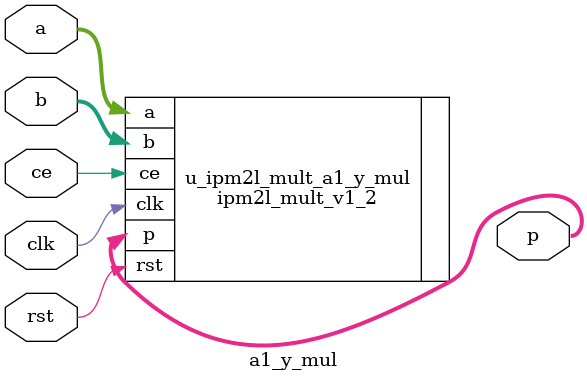
<source format=v>

`timescale 1ns/1ps
module a1_y_mul
( 
     ce  ,
     rst ,
     clk ,
     a   ,
     b   ,
     p
);



localparam ASIZE               = 51 ; //@IPC int 2,82

localparam BSIZE               = 45 ; //@IPC int 2,82

localparam A_SIGNED            = 0 ; //@IPC enum 0,1

localparam B_SIGNED            = 0 ; //@IPC enum 0,1

localparam ASYNC_RST           = 1 ; //@IPC enum 0,1

localparam OPTIMAL_TIMING      = 0 ; //@IPC enum 0,1

//tmp variable for ipc purpose 

localparam PIPE_STATUS         = 5 ; //@IPC enum 0,1,2,3,4,5

localparam ASYNC_RST_BOOL      = 1 ; //@IPC bool

localparam OPTIMAL_TIMING_BOOL = 0 ; //@IPC bool

localparam ADVANCED_BOOL       = 1 ; //@IPC bool

localparam XYREG               = 1 ; //@IPC bool

localparam MREG                = 1 ; //@IPC bool

localparam PREG                = 0 ; //@IPC bool

localparam INREG               = 0 ; //@IPC bool

localparam OUTREG              = 0 ; //@IPC bool

localparam CPO_REG             = 14'b00000000101010 ; //@IPC string

//end of tmp variable
localparam  GRS_EN       = "FALSE"         ;  

localparam  PSIZE = ASIZE + BSIZE          ;  

input                 ce  ;
input                 rst ;
input                 clk ;
input  [ASIZE-1:0]    a   ;
input  [BSIZE-1:0]    b   ;
output [PSIZE-1:0]    p   ;

ipm2l_mult_v1_2
#(  
    .ASIZE           ( ASIZE            ),
    .BSIZE           ( BSIZE            ),
    .OPTIMAL_TIMING  ( OPTIMAL_TIMING   ), 

    .ADVANCED_BOOL   ( ADVANCED_BOOL    ),

    .INREG_EN        ( INREG            ),    
    .PIPEREG_EN_1    ( XYREG            ),     
    .PIPEREG_EN_2    ( MREG             ),
    .PIPEREG_EN_3    ( PREG             ),
    .OUTREG_EN       ( OUTREG           ),
    .CPO_REG         ( {1'b0,CPO_REG}   ),
    .PIPE_STATUS     ( PIPE_STATUS      ),

    .GRS_EN          ( GRS_EN           ),  
    .A_SIGNED        ( A_SIGNED         ),     
    .B_SIGNED        ( B_SIGNED         ),     
    .ASYNC_RST       ( ASYNC_RST        )      
)u_ipm2l_mult_a1_y_mul
(
    .ce              ( ce     ),
    .rst             ( rst    ),
    .clk             ( clk    ),
    .a               ( a      ),
    .b               ( b      ),
    .p               ( p      )
);

endmodule

</source>
